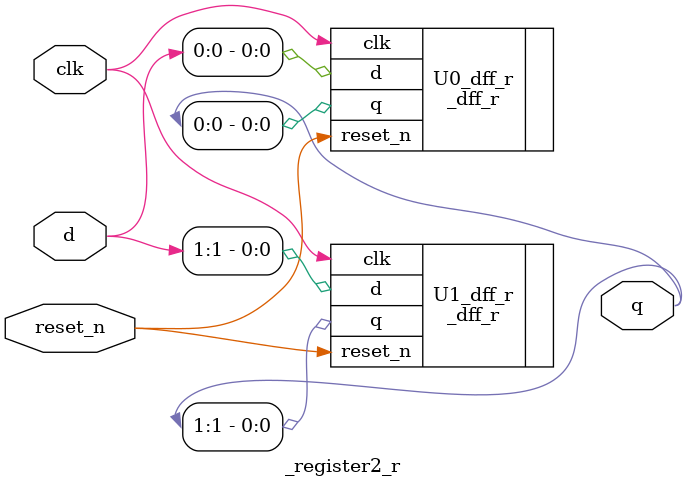
<source format=v>
module _register2_r(clk, reset_n, d, q);
//state save
input clk, reset_n;
input [1:0] d;
output [1:0] q;

_dff_r U0_dff_r(.clk(clk),.reset_n(reset_n), .d(d[0]),.q(q[0]));
_dff_r U1_dff_r(.clk(clk),.reset_n(reset_n), .d(d[1]),.q(q[1]));
//instance of dff_r
endmodule 

</source>
